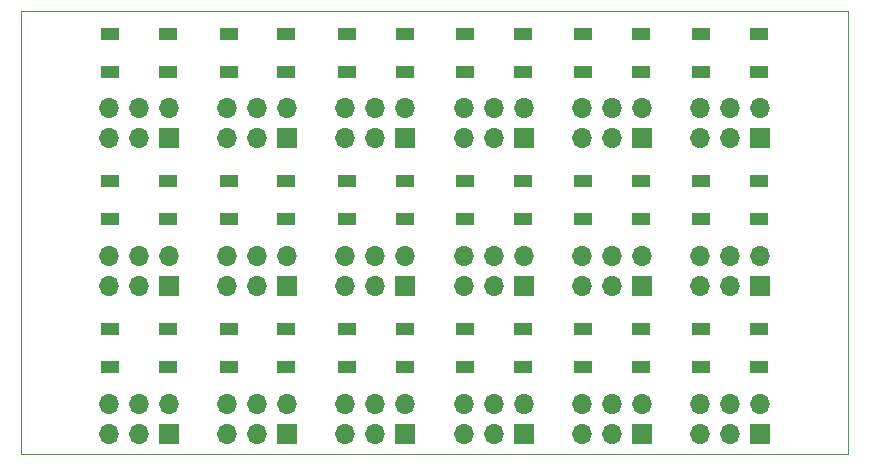
<source format=gbr>
G04 #@! TF.GenerationSoftware,KiCad,Pcbnew,5.1.10-88a1d61d58~90~ubuntu21.04.1*
G04 #@! TF.CreationDate,2021-10-15T10:06:39+02:00*
G04 #@! TF.ProjectId,IndicatorLeds,496e6469-6361-4746-9f72-4c6564732e6b,rev?*
G04 #@! TF.SameCoordinates,Original*
G04 #@! TF.FileFunction,Soldermask,Top*
G04 #@! TF.FilePolarity,Negative*
%FSLAX46Y46*%
G04 Gerber Fmt 4.6, Leading zero omitted, Abs format (unit mm)*
G04 Created by KiCad (PCBNEW 5.1.10-88a1d61d58~90~ubuntu21.04.1) date 2021-10-15 10:06:39*
%MOMM*%
%LPD*%
G01*
G04 APERTURE LIST*
G04 #@! TA.AperFunction,Profile*
%ADD10C,0.100000*%
G04 #@! TD*
%ADD11R,1.700000X1.700000*%
%ADD12O,1.700000X1.700000*%
%ADD13R,1.500000X1.000000*%
G04 APERTURE END LIST*
D10*
X45000000Y-49999000D02*
X110000000Y-49999000D01*
X45000000Y-87501000D02*
X45000000Y-49999000D01*
X115001000Y-87501000D02*
X45000000Y-87501000D01*
X115001000Y-49999000D02*
X115001000Y-87501000D01*
X110000000Y-49999000D02*
X115001000Y-49999000D01*
D11*
G04 #@! TO.C,J1*
X107529026Y-85761011D03*
D12*
X107529026Y-83221011D03*
X104989026Y-85761011D03*
X104989026Y-83221011D03*
X102449026Y-85761011D03*
X102449026Y-83221011D03*
G04 #@! TD*
D13*
G04 #@! TO.C,D1*
X107450026Y-80100011D03*
X107450026Y-76900011D03*
X102550026Y-80100011D03*
X102550026Y-76900011D03*
G04 #@! TD*
D11*
G04 #@! TO.C,J1*
X97529021Y-85761011D03*
D12*
X97529021Y-83221011D03*
X94989021Y-85761011D03*
X94989021Y-83221011D03*
X92449021Y-85761011D03*
X92449021Y-83221011D03*
G04 #@! TD*
D13*
G04 #@! TO.C,D1*
X97450021Y-80100011D03*
X97450021Y-76900011D03*
X92550021Y-80100011D03*
X92550021Y-76900011D03*
G04 #@! TD*
D11*
G04 #@! TO.C,J1*
X87529016Y-85761011D03*
D12*
X87529016Y-83221011D03*
X84989016Y-85761011D03*
X84989016Y-83221011D03*
X82449016Y-85761011D03*
X82449016Y-83221011D03*
G04 #@! TD*
D13*
G04 #@! TO.C,D1*
X87450016Y-80100011D03*
X87450016Y-76900011D03*
X82550016Y-80100011D03*
X82550016Y-76900011D03*
G04 #@! TD*
D11*
G04 #@! TO.C,J1*
X77529011Y-85761011D03*
D12*
X77529011Y-83221011D03*
X74989011Y-85761011D03*
X74989011Y-83221011D03*
X72449011Y-85761011D03*
X72449011Y-83221011D03*
G04 #@! TD*
D13*
G04 #@! TO.C,D1*
X77450011Y-80100011D03*
X77450011Y-76900011D03*
X72550011Y-80100011D03*
X72550011Y-76900011D03*
G04 #@! TD*
D11*
G04 #@! TO.C,J1*
X67529006Y-85761011D03*
D12*
X67529006Y-83221011D03*
X64989006Y-85761011D03*
X64989006Y-83221011D03*
X62449006Y-85761011D03*
X62449006Y-83221011D03*
G04 #@! TD*
D13*
G04 #@! TO.C,D1*
X67450006Y-80100011D03*
X67450006Y-76900011D03*
X62550006Y-80100011D03*
X62550006Y-76900011D03*
G04 #@! TD*
D11*
G04 #@! TO.C,J1*
X57529001Y-85761011D03*
D12*
X57529001Y-83221011D03*
X54989001Y-85761011D03*
X54989001Y-83221011D03*
X52449001Y-85761011D03*
X52449001Y-83221011D03*
G04 #@! TD*
D13*
G04 #@! TO.C,D1*
X57450001Y-80100011D03*
X57450001Y-76900011D03*
X52550001Y-80100011D03*
X52550001Y-76900011D03*
G04 #@! TD*
D11*
G04 #@! TO.C,J1*
X107529026Y-73261006D03*
D12*
X107529026Y-70721006D03*
X104989026Y-73261006D03*
X104989026Y-70721006D03*
X102449026Y-73261006D03*
X102449026Y-70721006D03*
G04 #@! TD*
D13*
G04 #@! TO.C,D1*
X107450026Y-67600006D03*
X107450026Y-64400006D03*
X102550026Y-67600006D03*
X102550026Y-64400006D03*
G04 #@! TD*
D11*
G04 #@! TO.C,J1*
X97529021Y-73261006D03*
D12*
X97529021Y-70721006D03*
X94989021Y-73261006D03*
X94989021Y-70721006D03*
X92449021Y-73261006D03*
X92449021Y-70721006D03*
G04 #@! TD*
D13*
G04 #@! TO.C,D1*
X97450021Y-67600006D03*
X97450021Y-64400006D03*
X92550021Y-67600006D03*
X92550021Y-64400006D03*
G04 #@! TD*
D11*
G04 #@! TO.C,J1*
X87529016Y-73261006D03*
D12*
X87529016Y-70721006D03*
X84989016Y-73261006D03*
X84989016Y-70721006D03*
X82449016Y-73261006D03*
X82449016Y-70721006D03*
G04 #@! TD*
D13*
G04 #@! TO.C,D1*
X87450016Y-67600006D03*
X87450016Y-64400006D03*
X82550016Y-67600006D03*
X82550016Y-64400006D03*
G04 #@! TD*
D11*
G04 #@! TO.C,J1*
X77529011Y-73261006D03*
D12*
X77529011Y-70721006D03*
X74989011Y-73261006D03*
X74989011Y-70721006D03*
X72449011Y-73261006D03*
X72449011Y-70721006D03*
G04 #@! TD*
D13*
G04 #@! TO.C,D1*
X77450011Y-67600006D03*
X77450011Y-64400006D03*
X72550011Y-67600006D03*
X72550011Y-64400006D03*
G04 #@! TD*
D11*
G04 #@! TO.C,J1*
X67529006Y-73261006D03*
D12*
X67529006Y-70721006D03*
X64989006Y-73261006D03*
X64989006Y-70721006D03*
X62449006Y-73261006D03*
X62449006Y-70721006D03*
G04 #@! TD*
D13*
G04 #@! TO.C,D1*
X67450006Y-67600006D03*
X67450006Y-64400006D03*
X62550006Y-67600006D03*
X62550006Y-64400006D03*
G04 #@! TD*
D11*
G04 #@! TO.C,J1*
X57529001Y-73261006D03*
D12*
X57529001Y-70721006D03*
X54989001Y-73261006D03*
X54989001Y-70721006D03*
X52449001Y-73261006D03*
X52449001Y-70721006D03*
G04 #@! TD*
D13*
G04 #@! TO.C,D1*
X57450001Y-67600006D03*
X57450001Y-64400006D03*
X52550001Y-67600006D03*
X52550001Y-64400006D03*
G04 #@! TD*
D11*
G04 #@! TO.C,J1*
X107529026Y-60761001D03*
D12*
X107529026Y-58221001D03*
X104989026Y-60761001D03*
X104989026Y-58221001D03*
X102449026Y-60761001D03*
X102449026Y-58221001D03*
G04 #@! TD*
D13*
G04 #@! TO.C,D1*
X107450026Y-55100001D03*
X107450026Y-51900001D03*
X102550026Y-55100001D03*
X102550026Y-51900001D03*
G04 #@! TD*
D11*
G04 #@! TO.C,J1*
X97529021Y-60761001D03*
D12*
X97529021Y-58221001D03*
X94989021Y-60761001D03*
X94989021Y-58221001D03*
X92449021Y-60761001D03*
X92449021Y-58221001D03*
G04 #@! TD*
D13*
G04 #@! TO.C,D1*
X97450021Y-55100001D03*
X97450021Y-51900001D03*
X92550021Y-55100001D03*
X92550021Y-51900001D03*
G04 #@! TD*
D11*
G04 #@! TO.C,J1*
X87529016Y-60761001D03*
D12*
X87529016Y-58221001D03*
X84989016Y-60761001D03*
X84989016Y-58221001D03*
X82449016Y-60761001D03*
X82449016Y-58221001D03*
G04 #@! TD*
D13*
G04 #@! TO.C,D1*
X87450016Y-55100001D03*
X87450016Y-51900001D03*
X82550016Y-55100001D03*
X82550016Y-51900001D03*
G04 #@! TD*
D11*
G04 #@! TO.C,J1*
X77529011Y-60761001D03*
D12*
X77529011Y-58221001D03*
X74989011Y-60761001D03*
X74989011Y-58221001D03*
X72449011Y-60761001D03*
X72449011Y-58221001D03*
G04 #@! TD*
D13*
G04 #@! TO.C,D1*
X77450011Y-55100001D03*
X77450011Y-51900001D03*
X72550011Y-55100001D03*
X72550011Y-51900001D03*
G04 #@! TD*
D11*
G04 #@! TO.C,J1*
X67529006Y-60761001D03*
D12*
X67529006Y-58221001D03*
X64989006Y-60761001D03*
X64989006Y-58221001D03*
X62449006Y-60761001D03*
X62449006Y-58221001D03*
G04 #@! TD*
D13*
G04 #@! TO.C,D1*
X67450006Y-55100001D03*
X67450006Y-51900001D03*
X62550006Y-55100001D03*
X62550006Y-51900001D03*
G04 #@! TD*
D11*
G04 #@! TO.C,J1*
X57529001Y-60761001D03*
D12*
X57529001Y-58221001D03*
X54989001Y-60761001D03*
X54989001Y-58221001D03*
X52449001Y-60761001D03*
X52449001Y-58221001D03*
G04 #@! TD*
D13*
G04 #@! TO.C,D1*
X57450001Y-55100001D03*
X57450001Y-51900001D03*
X52550001Y-55100001D03*
X52550001Y-51900001D03*
G04 #@! TD*
M02*

</source>
